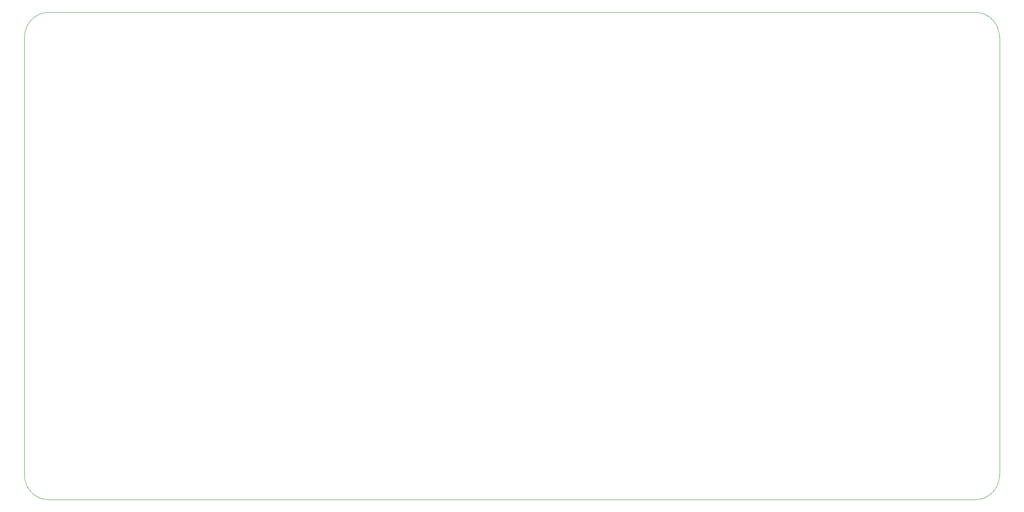
<source format=gm1>
G04 #@! TF.GenerationSoftware,KiCad,Pcbnew,(5.1.4)-1*
G04 #@! TF.CreationDate,2019-10-03T10:29:34+02:00*
G04 #@! TF.ProjectId,regalodilara,72656761-6c6f-4646-996c-6172612e6b69,rev?*
G04 #@! TF.SameCoordinates,Original*
G04 #@! TF.FileFunction,Profile,NP*
%FSLAX46Y46*%
G04 Gerber Fmt 4.6, Leading zero omitted, Abs format (unit mm)*
G04 Created by KiCad (PCBNEW (5.1.4)-1) date 2019-10-03 10:29:34*
%MOMM*%
%LPD*%
G04 APERTURE LIST*
%ADD10C,0.050000*%
G04 APERTURE END LIST*
D10*
X50000000Y-55000000D02*
G75*
G02X55000000Y-50000000I5000000J0D01*
G01*
X55000000Y-150000000D02*
G75*
G02X50000000Y-145000000I0J5000000D01*
G01*
X250000000Y-145000000D02*
G75*
G02X245000000Y-150000000I-5000000J0D01*
G01*
X50000000Y-145000000D02*
X50000000Y-55000000D01*
X245000000Y-150000000D02*
X55000000Y-150000000D01*
X250000000Y-55000000D02*
X250000000Y-145000000D01*
X245000000Y-50000000D02*
G75*
G02X250000000Y-55000000I0J-5000000D01*
G01*
X55000000Y-50000000D02*
X245000000Y-50000000D01*
M02*

</source>
